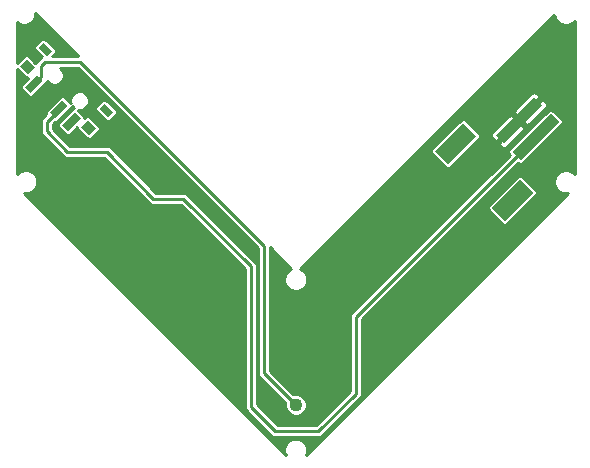
<source format=gbl>
G75*
%MOIN*%
%OFA0B0*%
%FSLAX25Y25*%
%IPPOS*%
%LPD*%
%AMOC8*
5,1,8,0,0,1.08239X$1,22.5*
%
%ADD10R,0.03937X0.18110*%
%ADD11R,0.13386X0.06299*%
%ADD12R,0.02756X0.05906*%
%ADD13R,0.03937X0.02362*%
%ADD14R,0.03937X0.03150*%
%ADD15C,0.01000*%
%ADD16C,0.04362*%
%ADD17C,0.04000*%
D10*
G36*
X0278282Y0178472D02*
X0275499Y0181255D01*
X0288304Y0194060D01*
X0291087Y0191277D01*
X0278282Y0178472D01*
G37*
G36*
X0272714Y0184040D02*
X0269931Y0186823D01*
X0282736Y0199628D01*
X0285519Y0196845D01*
X0272714Y0184040D01*
G37*
D11*
G36*
X0249608Y0181534D02*
X0259072Y0190998D01*
X0263526Y0186544D01*
X0254062Y0177080D01*
X0249608Y0181534D01*
G37*
G36*
X0268539Y0162604D02*
X0278003Y0172068D01*
X0282457Y0167614D01*
X0272993Y0158150D01*
X0268539Y0162604D01*
G37*
D12*
G36*
X0127362Y0188302D02*
X0125413Y0190251D01*
X0129588Y0194426D01*
X0131537Y0192477D01*
X0127362Y0188302D01*
G37*
G36*
X0123186Y0192478D02*
X0121237Y0194427D01*
X0125412Y0198602D01*
X0127361Y0196653D01*
X0123186Y0192478D01*
G37*
G36*
X0114835Y0200830D02*
X0112886Y0202779D01*
X0117061Y0206954D01*
X0119010Y0205005D01*
X0114835Y0200830D01*
G37*
D13*
G36*
X0119150Y0217671D02*
X0121932Y0214889D01*
X0120262Y0213219D01*
X0117480Y0216001D01*
X0119150Y0217671D01*
G37*
G36*
X0139472Y0197349D02*
X0142254Y0194567D01*
X0140584Y0192897D01*
X0137802Y0195679D01*
X0139472Y0197349D01*
G37*
D14*
G36*
X0133905Y0191782D02*
X0136687Y0189000D01*
X0134459Y0186772D01*
X0131677Y0189554D01*
X0133905Y0191782D01*
G37*
G36*
X0113583Y0212104D02*
X0116365Y0209322D01*
X0114137Y0207094D01*
X0111355Y0209876D01*
X0113583Y0212104D01*
G37*
D15*
X0179328Y0100725D02*
X0186333Y0100725D01*
X0186333Y0101723D02*
X0178330Y0101723D01*
X0177331Y0102722D02*
X0186333Y0102722D01*
X0186333Y0103720D02*
X0176333Y0103720D01*
X0175334Y0104719D02*
X0186333Y0104719D01*
X0186333Y0105717D02*
X0174336Y0105717D01*
X0173337Y0106716D02*
X0186333Y0106716D01*
X0186333Y0107714D02*
X0172339Y0107714D01*
X0171340Y0108713D02*
X0186333Y0108713D01*
X0186333Y0109711D02*
X0170342Y0109711D01*
X0169343Y0110710D02*
X0186333Y0110710D01*
X0186333Y0111708D02*
X0168345Y0111708D01*
X0167346Y0112707D02*
X0186333Y0112707D01*
X0186333Y0113705D02*
X0166348Y0113705D01*
X0165349Y0114704D02*
X0186333Y0114704D01*
X0186333Y0115702D02*
X0164351Y0115702D01*
X0163352Y0116701D02*
X0186333Y0116701D01*
X0186333Y0117699D02*
X0162354Y0117699D01*
X0161355Y0118698D02*
X0186333Y0118698D01*
X0186333Y0119696D02*
X0160357Y0119696D01*
X0159358Y0120695D02*
X0186333Y0120695D01*
X0186333Y0121693D02*
X0158360Y0121693D01*
X0157361Y0122692D02*
X0186333Y0122692D01*
X0186333Y0123690D02*
X0156363Y0123690D01*
X0155364Y0124689D02*
X0186333Y0124689D01*
X0186333Y0125687D02*
X0154366Y0125687D01*
X0153367Y0126686D02*
X0186333Y0126686D01*
X0186333Y0127684D02*
X0152369Y0127684D01*
X0151370Y0128683D02*
X0186333Y0128683D01*
X0186333Y0129682D02*
X0150372Y0129682D01*
X0149373Y0130680D02*
X0186333Y0130680D01*
X0186333Y0131679D02*
X0148375Y0131679D01*
X0147376Y0132677D02*
X0186333Y0132677D01*
X0186333Y0133676D02*
X0146378Y0133676D01*
X0145379Y0134674D02*
X0186333Y0134674D01*
X0186333Y0135673D02*
X0144381Y0135673D01*
X0143382Y0136671D02*
X0186333Y0136671D01*
X0186333Y0137670D02*
X0142384Y0137670D01*
X0141385Y0138668D02*
X0186333Y0138668D01*
X0186333Y0139667D02*
X0140387Y0139667D01*
X0139388Y0140665D02*
X0186333Y0140665D01*
X0186333Y0141664D02*
X0138389Y0141664D01*
X0137391Y0142662D02*
X0185968Y0142662D01*
X0186333Y0142297D02*
X0186333Y0095422D01*
X0194458Y0087297D01*
X0195630Y0086125D01*
X0211662Y0086125D01*
X0224162Y0098625D01*
X0225333Y0099797D01*
X0225333Y0125479D01*
X0277385Y0177530D01*
X0277743Y0177172D01*
X0278820Y0177172D01*
X0292387Y0190739D01*
X0292387Y0191816D01*
X0288842Y0195361D01*
X0287765Y0195361D01*
X0274198Y0181794D01*
X0274198Y0180717D01*
X0274556Y0180359D01*
X0221333Y0127136D01*
X0221333Y0101453D01*
X0210005Y0090125D01*
X0197287Y0090125D01*
X0190333Y0097078D01*
X0190333Y0143953D01*
X0189162Y0145125D01*
X0166645Y0167641D01*
X0156645Y0167641D01*
X0142208Y0182078D01*
X0141037Y0183250D01*
X0127912Y0183250D01*
X0122208Y0188953D01*
X0122208Y0190422D01*
X0122965Y0191178D01*
X0123724Y0191178D01*
X0128662Y0196115D01*
X0128662Y0196578D01*
X0129513Y0195727D01*
X0129050Y0195727D01*
X0124113Y0190789D01*
X0124113Y0189712D01*
X0126823Y0187002D01*
X0127900Y0187002D01*
X0130377Y0189479D01*
X0130377Y0189016D01*
X0133922Y0185471D01*
X0134999Y0185471D01*
X0137988Y0188460D01*
X0137988Y0189537D01*
X0134442Y0193082D01*
X0133365Y0193082D01*
X0132838Y0192554D01*
X0132838Y0193016D01*
X0130568Y0195286D01*
X0130648Y0195253D01*
X0131870Y0195253D01*
X0132999Y0195720D01*
X0133863Y0196584D01*
X0134331Y0197713D01*
X0134331Y0198935D01*
X0133863Y0200064D01*
X0132999Y0200928D01*
X0131870Y0201396D01*
X0130648Y0201396D01*
X0129519Y0200928D01*
X0128655Y0200064D01*
X0128188Y0198935D01*
X0128188Y0197713D01*
X0128221Y0197633D01*
X0125951Y0199903D01*
X0124875Y0199903D01*
X0119937Y0194965D01*
X0119937Y0193888D01*
X0119978Y0193848D01*
X0119380Y0193250D01*
X0118208Y0192078D01*
X0118208Y0187297D01*
X0125083Y0180422D01*
X0126255Y0179250D01*
X0139380Y0179250D01*
X0153817Y0164813D01*
X0154988Y0163641D01*
X0164988Y0163641D01*
X0186333Y0142297D01*
X0184969Y0143661D02*
X0136392Y0143661D01*
X0135394Y0144659D02*
X0183971Y0144659D01*
X0182972Y0145658D02*
X0134395Y0145658D01*
X0133397Y0146656D02*
X0181974Y0146656D01*
X0180975Y0147655D02*
X0132398Y0147655D01*
X0131400Y0148653D02*
X0179977Y0148653D01*
X0178978Y0149652D02*
X0130401Y0149652D01*
X0129403Y0150650D02*
X0177980Y0150650D01*
X0176981Y0151649D02*
X0128404Y0151649D01*
X0127406Y0152647D02*
X0175983Y0152647D01*
X0174984Y0153646D02*
X0126407Y0153646D01*
X0125409Y0154644D02*
X0173986Y0154644D01*
X0172987Y0155643D02*
X0124410Y0155643D01*
X0123412Y0156641D02*
X0171989Y0156641D01*
X0170990Y0157640D02*
X0122413Y0157640D01*
X0121415Y0158638D02*
X0169992Y0158638D01*
X0168993Y0159637D02*
X0120416Y0159637D01*
X0119418Y0160635D02*
X0167995Y0160635D01*
X0166996Y0161634D02*
X0118419Y0161634D01*
X0117421Y0162632D02*
X0165998Y0162632D01*
X0164999Y0163631D02*
X0116422Y0163631D01*
X0115424Y0164629D02*
X0154000Y0164629D01*
X0153817Y0164813D02*
X0153817Y0164813D01*
X0153002Y0165628D02*
X0114425Y0165628D01*
X0113427Y0166626D02*
X0152003Y0166626D01*
X0151005Y0167625D02*
X0114512Y0167625D01*
X0114089Y0167450D02*
X0115486Y0168029D01*
X0116555Y0169097D01*
X0117133Y0170494D01*
X0117133Y0172006D01*
X0116555Y0173403D01*
X0115486Y0174471D01*
X0114089Y0175050D01*
X0112577Y0175050D01*
X0111181Y0174471D01*
X0110433Y0173724D01*
X0110433Y0208960D01*
X0113600Y0205793D01*
X0114062Y0205793D01*
X0111586Y0203317D01*
X0111586Y0202240D01*
X0114296Y0199530D01*
X0115373Y0199530D01*
X0120310Y0204467D01*
X0120310Y0204929D01*
X0121168Y0204072D01*
X0122297Y0203604D01*
X0123518Y0203604D01*
X0124647Y0204072D01*
X0125512Y0204936D01*
X0125979Y0206065D01*
X0125979Y0207287D01*
X0125512Y0208416D01*
X0124677Y0209250D01*
X0130630Y0209250D01*
X0190708Y0149172D01*
X0190708Y0106672D01*
X0199688Y0097692D01*
X0199652Y0097607D01*
X0199652Y0096143D01*
X0200213Y0094790D01*
X0201248Y0093754D01*
X0202601Y0093194D01*
X0204066Y0093194D01*
X0205419Y0093754D01*
X0206454Y0094790D01*
X0207014Y0096143D01*
X0207014Y0097607D01*
X0206454Y0098960D01*
X0205419Y0099996D01*
X0204066Y0100556D01*
X0202601Y0100556D01*
X0202516Y0100521D01*
X0194708Y0108328D01*
X0194708Y0149405D01*
X0201860Y0142253D01*
X0201181Y0141971D01*
X0200112Y0140903D01*
X0199533Y0139506D01*
X0199533Y0137994D01*
X0200112Y0136597D01*
X0201181Y0135529D01*
X0202577Y0134950D01*
X0204089Y0134950D01*
X0205486Y0135529D01*
X0206555Y0136597D01*
X0207133Y0137994D01*
X0207133Y0139506D01*
X0206555Y0140903D01*
X0205486Y0141971D01*
X0204806Y0142253D01*
X0205433Y0142880D01*
X0289533Y0226980D01*
X0289533Y0226744D01*
X0290112Y0225347D01*
X0291181Y0224279D01*
X0292577Y0223700D01*
X0294089Y0223700D01*
X0295486Y0224279D01*
X0296233Y0225026D01*
X0296233Y0173724D01*
X0295486Y0174471D01*
X0294089Y0175050D01*
X0292577Y0175050D01*
X0291181Y0174471D01*
X0290112Y0173403D01*
X0289533Y0172006D01*
X0289533Y0170494D01*
X0290112Y0169097D01*
X0291181Y0168029D01*
X0292577Y0167450D01*
X0294063Y0167450D01*
X0206710Y0080096D01*
X0207133Y0081119D01*
X0207133Y0082631D01*
X0206555Y0084028D01*
X0205486Y0085096D01*
X0204089Y0085675D01*
X0202577Y0085675D01*
X0201181Y0085096D01*
X0200112Y0084028D01*
X0199533Y0082631D01*
X0199533Y0081119D01*
X0199957Y0080096D01*
X0112603Y0167450D01*
X0114089Y0167450D01*
X0116081Y0168623D02*
X0150006Y0168623D01*
X0149008Y0169622D02*
X0116772Y0169622D01*
X0117133Y0170620D02*
X0148009Y0170620D01*
X0147011Y0171619D02*
X0117133Y0171619D01*
X0116880Y0172618D02*
X0146012Y0172618D01*
X0145014Y0173616D02*
X0116341Y0173616D01*
X0115140Y0174615D02*
X0144015Y0174615D01*
X0143017Y0175613D02*
X0110433Y0175613D01*
X0110433Y0174615D02*
X0111526Y0174615D01*
X0110433Y0176612D02*
X0142018Y0176612D01*
X0141020Y0177610D02*
X0110433Y0177610D01*
X0110433Y0178609D02*
X0140021Y0178609D01*
X0140208Y0181250D02*
X0127083Y0181250D01*
X0120208Y0188125D01*
X0120208Y0191250D01*
X0124299Y0195341D01*
X0124299Y0195540D01*
X0126133Y0193586D02*
X0126910Y0193586D01*
X0127131Y0194585D02*
X0127908Y0194585D01*
X0128130Y0195583D02*
X0128907Y0195583D01*
X0131269Y0194585D02*
X0137058Y0194585D01*
X0136501Y0195141D02*
X0140047Y0191596D01*
X0141124Y0191596D01*
X0143555Y0194027D01*
X0143555Y0195104D01*
X0140010Y0198650D01*
X0138933Y0198650D01*
X0136501Y0196218D01*
X0136501Y0195141D01*
X0136501Y0195583D02*
X0132669Y0195583D01*
X0133861Y0196582D02*
X0136865Y0196582D01*
X0137864Y0197580D02*
X0134276Y0197580D01*
X0134331Y0198579D02*
X0138862Y0198579D01*
X0140081Y0198579D02*
X0141301Y0198579D01*
X0141080Y0197580D02*
X0142300Y0197580D01*
X0142078Y0196582D02*
X0143298Y0196582D01*
X0143077Y0195583D02*
X0144297Y0195583D01*
X0143555Y0194585D02*
X0145295Y0194585D01*
X0146294Y0193586D02*
X0143114Y0193586D01*
X0142116Y0192588D02*
X0147292Y0192588D01*
X0148291Y0191589D02*
X0135935Y0191589D01*
X0136934Y0190591D02*
X0149289Y0190591D01*
X0150288Y0189592D02*
X0137932Y0189592D01*
X0137988Y0188594D02*
X0151286Y0188594D01*
X0152285Y0187595D02*
X0137123Y0187595D01*
X0136125Y0186597D02*
X0153283Y0186597D01*
X0154282Y0185598D02*
X0135126Y0185598D01*
X0133795Y0185598D02*
X0125564Y0185598D01*
X0126562Y0184600D02*
X0155280Y0184600D01*
X0156279Y0183601D02*
X0127561Y0183601D01*
X0124899Y0180606D02*
X0110433Y0180606D01*
X0110433Y0181604D02*
X0123901Y0181604D01*
X0122902Y0182603D02*
X0110433Y0182603D01*
X0110433Y0183601D02*
X0121904Y0183601D01*
X0120905Y0184600D02*
X0110433Y0184600D01*
X0110433Y0185598D02*
X0119907Y0185598D01*
X0118908Y0186597D02*
X0110433Y0186597D01*
X0110433Y0187595D02*
X0118208Y0187595D01*
X0118208Y0188594D02*
X0110433Y0188594D01*
X0110433Y0189592D02*
X0118208Y0189592D01*
X0118208Y0190591D02*
X0110433Y0190591D01*
X0110433Y0191589D02*
X0118208Y0191589D01*
X0118718Y0192588D02*
X0110433Y0192588D01*
X0110433Y0193586D02*
X0119716Y0193586D01*
X0119937Y0194585D02*
X0110433Y0194585D01*
X0110433Y0195583D02*
X0120555Y0195583D01*
X0121554Y0196582D02*
X0110433Y0196582D01*
X0110433Y0197580D02*
X0122552Y0197580D01*
X0123551Y0198579D02*
X0110433Y0198579D01*
X0110433Y0199577D02*
X0114248Y0199577D01*
X0115420Y0199577D02*
X0124549Y0199577D01*
X0126277Y0199577D02*
X0128454Y0199577D01*
X0128188Y0198579D02*
X0127275Y0198579D01*
X0129167Y0200576D02*
X0116419Y0200576D01*
X0117417Y0201574D02*
X0138306Y0201574D01*
X0139304Y0200576D02*
X0133351Y0200576D01*
X0134065Y0199577D02*
X0140303Y0199577D01*
X0137307Y0202573D02*
X0118416Y0202573D01*
X0119414Y0203571D02*
X0136309Y0203571D01*
X0135310Y0204570D02*
X0125146Y0204570D01*
X0125774Y0205568D02*
X0134312Y0205568D01*
X0133313Y0206567D02*
X0125979Y0206567D01*
X0125864Y0207565D02*
X0132314Y0207565D01*
X0131316Y0208564D02*
X0125363Y0208564D01*
X0120669Y0204570D02*
X0120310Y0204570D01*
X0118333Y0206277D02*
X0115948Y0203892D01*
X0113837Y0205568D02*
X0110433Y0205568D01*
X0110433Y0204570D02*
X0112839Y0204570D01*
X0111840Y0203571D02*
X0110433Y0203571D01*
X0110433Y0202573D02*
X0111586Y0202573D01*
X0112251Y0201574D02*
X0110433Y0201574D01*
X0110433Y0200576D02*
X0113250Y0200576D01*
X0112826Y0206567D02*
X0110433Y0206567D01*
X0110433Y0207565D02*
X0111828Y0207565D01*
X0110829Y0208564D02*
X0110433Y0208564D01*
X0110433Y0210795D02*
X0110433Y0224401D01*
X0110556Y0224279D01*
X0111952Y0223700D01*
X0113464Y0223700D01*
X0114861Y0224279D01*
X0115930Y0225347D01*
X0116508Y0226744D01*
X0116508Y0227605D01*
X0130863Y0213250D01*
X0122133Y0213250D01*
X0123233Y0214350D01*
X0123233Y0215427D01*
X0119688Y0218972D01*
X0118611Y0218972D01*
X0116179Y0216540D01*
X0116179Y0215463D01*
X0118574Y0213069D01*
X0117505Y0212000D01*
X0116515Y0211010D01*
X0114120Y0213404D01*
X0113043Y0213404D01*
X0110433Y0210795D01*
X0110433Y0211559D02*
X0111198Y0211559D01*
X0110433Y0212558D02*
X0112197Y0212558D01*
X0110433Y0213556D02*
X0118086Y0213556D01*
X0118063Y0212558D02*
X0114966Y0212558D01*
X0115965Y0211559D02*
X0117064Y0211559D01*
X0118333Y0210000D02*
X0118333Y0206277D01*
X0118333Y0210000D02*
X0119583Y0211250D01*
X0131458Y0211250D01*
X0192708Y0150000D01*
X0192708Y0107500D01*
X0203333Y0096875D01*
X0199652Y0096731D02*
X0190681Y0096731D01*
X0190333Y0097729D02*
X0199651Y0097729D01*
X0198652Y0098728D02*
X0190333Y0098728D01*
X0190333Y0099726D02*
X0197654Y0099726D01*
X0196655Y0100725D02*
X0190333Y0100725D01*
X0190333Y0101723D02*
X0195657Y0101723D01*
X0194658Y0102722D02*
X0190333Y0102722D01*
X0190333Y0103720D02*
X0193660Y0103720D01*
X0192661Y0104719D02*
X0190333Y0104719D01*
X0190333Y0105717D02*
X0191663Y0105717D01*
X0190708Y0106716D02*
X0190333Y0106716D01*
X0190333Y0107714D02*
X0190708Y0107714D01*
X0190708Y0108713D02*
X0190333Y0108713D01*
X0190333Y0109711D02*
X0190708Y0109711D01*
X0190708Y0110710D02*
X0190333Y0110710D01*
X0190333Y0111708D02*
X0190708Y0111708D01*
X0190708Y0112707D02*
X0190333Y0112707D01*
X0190333Y0113705D02*
X0190708Y0113705D01*
X0190708Y0114704D02*
X0190333Y0114704D01*
X0190333Y0115702D02*
X0190708Y0115702D01*
X0190708Y0116701D02*
X0190333Y0116701D01*
X0190333Y0117699D02*
X0190708Y0117699D01*
X0190708Y0118698D02*
X0190333Y0118698D01*
X0190333Y0119696D02*
X0190708Y0119696D01*
X0190708Y0120695D02*
X0190333Y0120695D01*
X0190333Y0121693D02*
X0190708Y0121693D01*
X0190708Y0122692D02*
X0190333Y0122692D01*
X0190333Y0123690D02*
X0190708Y0123690D01*
X0190708Y0124689D02*
X0190333Y0124689D01*
X0190333Y0125687D02*
X0190708Y0125687D01*
X0190708Y0126686D02*
X0190333Y0126686D01*
X0190333Y0127684D02*
X0190708Y0127684D01*
X0190708Y0128683D02*
X0190333Y0128683D01*
X0190333Y0129682D02*
X0190708Y0129682D01*
X0190708Y0130680D02*
X0190333Y0130680D01*
X0190333Y0131679D02*
X0190708Y0131679D01*
X0190708Y0132677D02*
X0190333Y0132677D01*
X0190333Y0133676D02*
X0190708Y0133676D01*
X0190708Y0134674D02*
X0190333Y0134674D01*
X0190333Y0135673D02*
X0190708Y0135673D01*
X0190708Y0136671D02*
X0190333Y0136671D01*
X0190333Y0137670D02*
X0190708Y0137670D01*
X0190708Y0138668D02*
X0190333Y0138668D01*
X0190333Y0139667D02*
X0190708Y0139667D01*
X0190708Y0140665D02*
X0190333Y0140665D01*
X0190333Y0141664D02*
X0190708Y0141664D01*
X0190708Y0142662D02*
X0190333Y0142662D01*
X0190333Y0143661D02*
X0190708Y0143661D01*
X0190708Y0144659D02*
X0189628Y0144659D01*
X0188629Y0145658D02*
X0190708Y0145658D01*
X0190708Y0146656D02*
X0187631Y0146656D01*
X0186632Y0147655D02*
X0190708Y0147655D01*
X0190708Y0148653D02*
X0185634Y0148653D01*
X0184635Y0149652D02*
X0190228Y0149652D01*
X0189230Y0150650D02*
X0183636Y0150650D01*
X0182638Y0151649D02*
X0188231Y0151649D01*
X0187233Y0152647D02*
X0181639Y0152647D01*
X0180641Y0153646D02*
X0186234Y0153646D01*
X0185236Y0154644D02*
X0179642Y0154644D01*
X0178644Y0155643D02*
X0184237Y0155643D01*
X0183239Y0156641D02*
X0177645Y0156641D01*
X0176647Y0157640D02*
X0182240Y0157640D01*
X0181242Y0158638D02*
X0175648Y0158638D01*
X0174650Y0159637D02*
X0180243Y0159637D01*
X0179245Y0160635D02*
X0173651Y0160635D01*
X0172653Y0161634D02*
X0178246Y0161634D01*
X0177248Y0162632D02*
X0171654Y0162632D01*
X0170656Y0163631D02*
X0176249Y0163631D01*
X0175250Y0164629D02*
X0169657Y0164629D01*
X0168659Y0165628D02*
X0174252Y0165628D01*
X0173253Y0166626D02*
X0167660Y0166626D01*
X0166662Y0167625D02*
X0172255Y0167625D01*
X0171256Y0168623D02*
X0155663Y0168623D01*
X0154665Y0169622D02*
X0170258Y0169622D01*
X0169259Y0170620D02*
X0153666Y0170620D01*
X0152668Y0171619D02*
X0168261Y0171619D01*
X0167262Y0172618D02*
X0151669Y0172618D01*
X0150671Y0173616D02*
X0166264Y0173616D01*
X0165265Y0174615D02*
X0149672Y0174615D01*
X0148674Y0175613D02*
X0164267Y0175613D01*
X0163268Y0176612D02*
X0147675Y0176612D01*
X0146677Y0177610D02*
X0162270Y0177610D01*
X0161271Y0178609D02*
X0145678Y0178609D01*
X0144680Y0179607D02*
X0160273Y0179607D01*
X0159274Y0180606D02*
X0143681Y0180606D01*
X0142683Y0181604D02*
X0158276Y0181604D01*
X0157277Y0182603D02*
X0141684Y0182603D01*
X0142208Y0182078D02*
X0142208Y0182078D01*
X0140208Y0181250D02*
X0155817Y0165641D01*
X0165817Y0165641D01*
X0188333Y0143125D01*
X0188333Y0096250D01*
X0196458Y0088125D01*
X0210833Y0088125D01*
X0223333Y0100625D01*
X0223333Y0126307D01*
X0283293Y0186266D01*
X0280997Y0188594D02*
X0279389Y0188594D01*
X0279835Y0189039D02*
X0277725Y0191149D01*
X0278410Y0191834D01*
X0280520Y0189724D01*
X0286720Y0195924D01*
X0286917Y0196266D01*
X0287020Y0196648D01*
X0287020Y0197043D01*
X0286917Y0197424D01*
X0286720Y0197766D01*
X0285531Y0198955D01*
X0278410Y0191834D01*
X0277725Y0192519D01*
X0284846Y0199640D01*
X0283657Y0200829D01*
X0283315Y0201027D01*
X0282933Y0201129D01*
X0282538Y0201129D01*
X0282157Y0201027D01*
X0281815Y0200829D01*
X0275615Y0194629D01*
X0277725Y0192519D01*
X0277040Y0191834D01*
X0277725Y0191149D01*
X0270604Y0184028D01*
X0271793Y0182839D01*
X0272135Y0182642D01*
X0272516Y0182539D01*
X0272911Y0182539D01*
X0273293Y0182642D01*
X0273635Y0182839D01*
X0279835Y0189039D01*
X0279282Y0189592D02*
X0281996Y0189592D01*
X0281386Y0190591D02*
X0282994Y0190591D01*
X0282385Y0191589D02*
X0283993Y0191589D01*
X0283384Y0192588D02*
X0284991Y0192588D01*
X0284382Y0193586D02*
X0285990Y0193586D01*
X0285381Y0194585D02*
X0286989Y0194585D01*
X0286379Y0195583D02*
X0296233Y0195583D01*
X0296233Y0194585D02*
X0289619Y0194585D01*
X0290617Y0193586D02*
X0296233Y0193586D01*
X0296233Y0192588D02*
X0291616Y0192588D01*
X0292387Y0191589D02*
X0296233Y0191589D01*
X0296233Y0190591D02*
X0292239Y0190591D01*
X0291241Y0189592D02*
X0296233Y0189592D01*
X0296233Y0188594D02*
X0290242Y0188594D01*
X0289244Y0187595D02*
X0296233Y0187595D01*
X0296233Y0186597D02*
X0288245Y0186597D01*
X0287247Y0185598D02*
X0296233Y0185598D01*
X0296233Y0184600D02*
X0286248Y0184600D01*
X0285250Y0183601D02*
X0296233Y0183601D01*
X0296233Y0182603D02*
X0284251Y0182603D01*
X0283253Y0181604D02*
X0296233Y0181604D01*
X0296233Y0180606D02*
X0282254Y0180606D01*
X0281256Y0179607D02*
X0296233Y0179607D01*
X0296233Y0178609D02*
X0280257Y0178609D01*
X0279259Y0177610D02*
X0296233Y0177610D01*
X0296233Y0176612D02*
X0276466Y0176612D01*
X0275468Y0175613D02*
X0296233Y0175613D01*
X0296233Y0174615D02*
X0295140Y0174615D01*
X0291526Y0174615D02*
X0274469Y0174615D01*
X0273471Y0173616D02*
X0290325Y0173616D01*
X0289787Y0172618D02*
X0279293Y0172618D01*
X0278542Y0173369D02*
X0277465Y0173369D01*
X0267238Y0163142D01*
X0267238Y0162065D01*
X0272454Y0156849D01*
X0273531Y0156849D01*
X0283757Y0167076D01*
X0283757Y0168153D01*
X0278542Y0173369D01*
X0276714Y0172618D02*
X0272472Y0172618D01*
X0271474Y0171619D02*
X0275715Y0171619D01*
X0274717Y0170620D02*
X0270475Y0170620D01*
X0269476Y0169622D02*
X0273718Y0169622D01*
X0272720Y0168623D02*
X0268478Y0168623D01*
X0267479Y0167625D02*
X0271721Y0167625D01*
X0270723Y0166626D02*
X0266481Y0166626D01*
X0265482Y0165628D02*
X0269724Y0165628D01*
X0268725Y0164629D02*
X0264484Y0164629D01*
X0263485Y0163631D02*
X0267727Y0163631D01*
X0267238Y0162632D02*
X0262487Y0162632D01*
X0261488Y0161634D02*
X0267669Y0161634D01*
X0268668Y0160635D02*
X0260490Y0160635D01*
X0259491Y0159637D02*
X0269666Y0159637D01*
X0270665Y0158638D02*
X0258493Y0158638D01*
X0257494Y0157640D02*
X0271663Y0157640D01*
X0274321Y0157640D02*
X0284253Y0157640D01*
X0283255Y0156641D02*
X0256496Y0156641D01*
X0255497Y0155643D02*
X0282256Y0155643D01*
X0281258Y0154644D02*
X0254499Y0154644D01*
X0253500Y0153646D02*
X0280259Y0153646D01*
X0279261Y0152647D02*
X0252502Y0152647D01*
X0251503Y0151649D02*
X0278262Y0151649D01*
X0277264Y0150650D02*
X0250505Y0150650D01*
X0249506Y0149652D02*
X0276265Y0149652D01*
X0275267Y0148653D02*
X0248508Y0148653D01*
X0247509Y0147655D02*
X0274268Y0147655D01*
X0273270Y0146656D02*
X0246511Y0146656D01*
X0245512Y0145658D02*
X0272271Y0145658D01*
X0271273Y0144659D02*
X0244514Y0144659D01*
X0243515Y0143661D02*
X0270274Y0143661D01*
X0269276Y0142662D02*
X0242517Y0142662D01*
X0241518Y0141664D02*
X0268277Y0141664D01*
X0267279Y0140665D02*
X0240520Y0140665D01*
X0239521Y0139667D02*
X0266280Y0139667D01*
X0265282Y0138668D02*
X0238523Y0138668D01*
X0237524Y0137670D02*
X0264283Y0137670D01*
X0263285Y0136671D02*
X0236526Y0136671D01*
X0235527Y0135673D02*
X0262286Y0135673D01*
X0261288Y0134674D02*
X0234529Y0134674D01*
X0233530Y0133676D02*
X0260289Y0133676D01*
X0259291Y0132677D02*
X0232532Y0132677D01*
X0231533Y0131679D02*
X0258292Y0131679D01*
X0257294Y0130680D02*
X0230535Y0130680D01*
X0229536Y0129682D02*
X0256295Y0129682D01*
X0255297Y0128683D02*
X0228538Y0128683D01*
X0227539Y0127684D02*
X0254298Y0127684D01*
X0253299Y0126686D02*
X0226541Y0126686D01*
X0225542Y0125687D02*
X0252301Y0125687D01*
X0251302Y0124689D02*
X0225333Y0124689D01*
X0225333Y0123690D02*
X0250304Y0123690D01*
X0249305Y0122692D02*
X0225333Y0122692D01*
X0225333Y0121693D02*
X0248307Y0121693D01*
X0247308Y0120695D02*
X0225333Y0120695D01*
X0225333Y0119696D02*
X0246310Y0119696D01*
X0245311Y0118698D02*
X0225333Y0118698D01*
X0225333Y0117699D02*
X0244313Y0117699D01*
X0243314Y0116701D02*
X0225333Y0116701D01*
X0225333Y0115702D02*
X0242316Y0115702D01*
X0241317Y0114704D02*
X0225333Y0114704D01*
X0225333Y0113705D02*
X0240319Y0113705D01*
X0239320Y0112707D02*
X0225333Y0112707D01*
X0225333Y0111708D02*
X0238322Y0111708D01*
X0237323Y0110710D02*
X0225333Y0110710D01*
X0225333Y0109711D02*
X0236325Y0109711D01*
X0235326Y0108713D02*
X0225333Y0108713D01*
X0225333Y0107714D02*
X0234328Y0107714D01*
X0233329Y0106716D02*
X0225333Y0106716D01*
X0225333Y0105717D02*
X0232331Y0105717D01*
X0231332Y0104719D02*
X0225333Y0104719D01*
X0225333Y0103720D02*
X0230334Y0103720D01*
X0229335Y0102722D02*
X0225333Y0102722D01*
X0225333Y0101723D02*
X0228337Y0101723D01*
X0227338Y0100725D02*
X0225333Y0100725D01*
X0225263Y0099726D02*
X0226340Y0099726D01*
X0225341Y0098728D02*
X0224264Y0098728D01*
X0224343Y0097729D02*
X0223266Y0097729D01*
X0223344Y0096731D02*
X0222267Y0096731D01*
X0222346Y0095732D02*
X0221269Y0095732D01*
X0221347Y0094734D02*
X0220270Y0094734D01*
X0220349Y0093735D02*
X0219272Y0093735D01*
X0219350Y0092737D02*
X0218273Y0092737D01*
X0218352Y0091738D02*
X0217275Y0091738D01*
X0217353Y0090740D02*
X0216276Y0090740D01*
X0216355Y0089741D02*
X0215278Y0089741D01*
X0215356Y0088743D02*
X0214279Y0088743D01*
X0214358Y0087744D02*
X0213281Y0087744D01*
X0213359Y0086746D02*
X0212282Y0086746D01*
X0212361Y0085747D02*
X0194306Y0085747D01*
X0195009Y0086746D02*
X0193308Y0086746D01*
X0194011Y0087744D02*
X0192309Y0087744D01*
X0193012Y0088743D02*
X0191311Y0088743D01*
X0192014Y0089741D02*
X0190312Y0089741D01*
X0191015Y0090740D02*
X0189314Y0090740D01*
X0190017Y0091738D02*
X0188315Y0091738D01*
X0189018Y0092737D02*
X0187317Y0092737D01*
X0188020Y0093735D02*
X0186318Y0093735D01*
X0187021Y0094734D02*
X0185320Y0094734D01*
X0184321Y0095732D02*
X0186333Y0095732D01*
X0186333Y0096731D02*
X0183323Y0096731D01*
X0182324Y0097729D02*
X0186333Y0097729D01*
X0186333Y0098728D02*
X0181325Y0098728D01*
X0180327Y0099726D02*
X0186333Y0099726D01*
X0191680Y0095732D02*
X0199822Y0095732D01*
X0200269Y0094734D02*
X0192678Y0094734D01*
X0193677Y0093735D02*
X0201294Y0093735D01*
X0205372Y0093735D02*
X0213615Y0093735D01*
X0212617Y0092737D02*
X0194675Y0092737D01*
X0195674Y0091738D02*
X0211618Y0091738D01*
X0210619Y0090740D02*
X0196672Y0090740D01*
X0195305Y0084749D02*
X0200833Y0084749D01*
X0199997Y0083750D02*
X0196303Y0083750D01*
X0197302Y0082751D02*
X0199583Y0082751D01*
X0199533Y0081753D02*
X0198300Y0081753D01*
X0199299Y0080754D02*
X0199684Y0080754D01*
X0206982Y0080754D02*
X0207368Y0080754D01*
X0207133Y0081753D02*
X0208366Y0081753D01*
X0209365Y0082751D02*
X0207083Y0082751D01*
X0206670Y0083750D02*
X0210363Y0083750D01*
X0211362Y0084749D02*
X0205834Y0084749D01*
X0206398Y0094734D02*
X0214614Y0094734D01*
X0215612Y0095732D02*
X0206844Y0095732D01*
X0207014Y0096731D02*
X0216611Y0096731D01*
X0217609Y0097729D02*
X0206964Y0097729D01*
X0206550Y0098728D02*
X0218608Y0098728D01*
X0219606Y0099726D02*
X0205688Y0099726D01*
X0202312Y0100725D02*
X0220605Y0100725D01*
X0221333Y0101723D02*
X0201314Y0101723D01*
X0200315Y0102722D02*
X0221333Y0102722D01*
X0221333Y0103720D02*
X0199317Y0103720D01*
X0198318Y0104719D02*
X0221333Y0104719D01*
X0221333Y0105717D02*
X0197319Y0105717D01*
X0196321Y0106716D02*
X0221333Y0106716D01*
X0221333Y0107714D02*
X0195322Y0107714D01*
X0194708Y0108713D02*
X0221333Y0108713D01*
X0221333Y0109711D02*
X0194708Y0109711D01*
X0194708Y0110710D02*
X0221333Y0110710D01*
X0221333Y0111708D02*
X0194708Y0111708D01*
X0194708Y0112707D02*
X0221333Y0112707D01*
X0221333Y0113705D02*
X0194708Y0113705D01*
X0194708Y0114704D02*
X0221333Y0114704D01*
X0221333Y0115702D02*
X0194708Y0115702D01*
X0194708Y0116701D02*
X0221333Y0116701D01*
X0221333Y0117699D02*
X0194708Y0117699D01*
X0194708Y0118698D02*
X0221333Y0118698D01*
X0221333Y0119696D02*
X0194708Y0119696D01*
X0194708Y0120695D02*
X0221333Y0120695D01*
X0221333Y0121693D02*
X0194708Y0121693D01*
X0194708Y0122692D02*
X0221333Y0122692D01*
X0221333Y0123690D02*
X0194708Y0123690D01*
X0194708Y0124689D02*
X0221333Y0124689D01*
X0221333Y0125687D02*
X0194708Y0125687D01*
X0194708Y0126686D02*
X0221333Y0126686D01*
X0221882Y0127684D02*
X0194708Y0127684D01*
X0194708Y0128683D02*
X0222881Y0128683D01*
X0223879Y0129682D02*
X0194708Y0129682D01*
X0194708Y0130680D02*
X0224878Y0130680D01*
X0225876Y0131679D02*
X0194708Y0131679D01*
X0194708Y0132677D02*
X0226875Y0132677D01*
X0227873Y0133676D02*
X0194708Y0133676D01*
X0194708Y0134674D02*
X0228872Y0134674D01*
X0229870Y0135673D02*
X0205630Y0135673D01*
X0206585Y0136671D02*
X0230869Y0136671D01*
X0231867Y0137670D02*
X0206999Y0137670D01*
X0207133Y0138668D02*
X0232866Y0138668D01*
X0233864Y0139667D02*
X0207067Y0139667D01*
X0206653Y0140665D02*
X0234863Y0140665D01*
X0235861Y0141664D02*
X0205794Y0141664D01*
X0205215Y0142662D02*
X0236860Y0142662D01*
X0237858Y0143661D02*
X0206214Y0143661D01*
X0207212Y0144659D02*
X0238857Y0144659D01*
X0239855Y0145658D02*
X0208211Y0145658D01*
X0209209Y0146656D02*
X0240854Y0146656D01*
X0241852Y0147655D02*
X0210208Y0147655D01*
X0211206Y0148653D02*
X0242851Y0148653D01*
X0243849Y0149652D02*
X0212205Y0149652D01*
X0213203Y0150650D02*
X0244848Y0150650D01*
X0245846Y0151649D02*
X0214202Y0151649D01*
X0215200Y0152647D02*
X0246845Y0152647D01*
X0247843Y0153646D02*
X0216199Y0153646D01*
X0217197Y0154644D02*
X0248842Y0154644D01*
X0249841Y0155643D02*
X0218196Y0155643D01*
X0219194Y0156641D02*
X0250839Y0156641D01*
X0251838Y0157640D02*
X0220193Y0157640D01*
X0221192Y0158638D02*
X0252836Y0158638D01*
X0253835Y0159637D02*
X0222190Y0159637D01*
X0223189Y0160635D02*
X0254833Y0160635D01*
X0255832Y0161634D02*
X0224187Y0161634D01*
X0225186Y0162632D02*
X0256830Y0162632D01*
X0257829Y0163631D02*
X0226184Y0163631D01*
X0227183Y0164629D02*
X0258827Y0164629D01*
X0259826Y0165628D02*
X0228181Y0165628D01*
X0229180Y0166626D02*
X0260824Y0166626D01*
X0261823Y0167625D02*
X0230178Y0167625D01*
X0231177Y0168623D02*
X0262821Y0168623D01*
X0263820Y0169622D02*
X0232175Y0169622D01*
X0233174Y0170620D02*
X0264818Y0170620D01*
X0265817Y0171619D02*
X0234172Y0171619D01*
X0235171Y0172618D02*
X0266815Y0172618D01*
X0267814Y0173616D02*
X0236169Y0173616D01*
X0237168Y0174615D02*
X0268812Y0174615D01*
X0269811Y0175613D02*
X0238166Y0175613D01*
X0239165Y0176612D02*
X0252691Y0176612D01*
X0253523Y0175780D02*
X0254600Y0175780D01*
X0264827Y0186006D01*
X0264827Y0187083D01*
X0259611Y0192299D01*
X0258534Y0192299D01*
X0248308Y0182072D01*
X0248308Y0180995D01*
X0253523Y0175780D01*
X0255432Y0176612D02*
X0270809Y0176612D01*
X0271808Y0177610D02*
X0256431Y0177610D01*
X0257429Y0178609D02*
X0272806Y0178609D01*
X0273805Y0179607D02*
X0258428Y0179607D01*
X0259426Y0180606D02*
X0274309Y0180606D01*
X0274198Y0181604D02*
X0260425Y0181604D01*
X0261423Y0182603D02*
X0272280Y0182603D01*
X0273147Y0182603D02*
X0275006Y0182603D01*
X0274397Y0183601D02*
X0276005Y0183601D01*
X0275395Y0184600D02*
X0277003Y0184600D01*
X0276394Y0185598D02*
X0278002Y0185598D01*
X0277392Y0186597D02*
X0279000Y0186597D01*
X0278391Y0187595D02*
X0279999Y0187595D01*
X0276168Y0189592D02*
X0274798Y0189592D01*
X0275169Y0188594D02*
X0273799Y0188594D01*
X0274171Y0187595D02*
X0272801Y0187595D01*
X0273172Y0186597D02*
X0271802Y0186597D01*
X0272174Y0185598D02*
X0270804Y0185598D01*
X0271175Y0184600D02*
X0263420Y0184600D01*
X0264419Y0185598D02*
X0269034Y0185598D01*
X0268730Y0185902D02*
X0269919Y0184713D01*
X0277040Y0191834D01*
X0274930Y0193944D01*
X0268730Y0187744D01*
X0268532Y0187402D01*
X0268430Y0187021D01*
X0268430Y0186626D01*
X0268532Y0186244D01*
X0268730Y0185902D01*
X0268438Y0186597D02*
X0264827Y0186597D01*
X0264315Y0187595D02*
X0268644Y0187595D01*
X0269579Y0188594D02*
X0263317Y0188594D01*
X0262318Y0189592D02*
X0270578Y0189592D01*
X0271576Y0190591D02*
X0261320Y0190591D01*
X0260321Y0191589D02*
X0272575Y0191589D01*
X0273573Y0192588D02*
X0255141Y0192588D01*
X0256139Y0193586D02*
X0274572Y0193586D01*
X0275288Y0193586D02*
X0276658Y0193586D01*
X0276286Y0192588D02*
X0277656Y0192588D01*
X0277793Y0192588D02*
X0279163Y0192588D01*
X0278792Y0193586D02*
X0280162Y0193586D01*
X0279790Y0194585D02*
X0281160Y0194585D01*
X0280789Y0195583D02*
X0282159Y0195583D01*
X0281788Y0196582D02*
X0283157Y0196582D01*
X0282786Y0197580D02*
X0284156Y0197580D01*
X0283785Y0198579D02*
X0285154Y0198579D01*
X0285907Y0198579D02*
X0296233Y0198579D01*
X0296233Y0199577D02*
X0284783Y0199577D01*
X0283910Y0200576D02*
X0296233Y0200576D01*
X0296233Y0201574D02*
X0264127Y0201574D01*
X0263129Y0200576D02*
X0281561Y0200576D01*
X0280563Y0199577D02*
X0262130Y0199577D01*
X0261132Y0198579D02*
X0279564Y0198579D01*
X0278566Y0197580D02*
X0260133Y0197580D01*
X0259135Y0196582D02*
X0277567Y0196582D01*
X0276569Y0195583D02*
X0258136Y0195583D01*
X0257138Y0194585D02*
X0275659Y0194585D01*
X0276795Y0191589D02*
X0277285Y0191589D01*
X0278165Y0191589D02*
X0278655Y0191589D01*
X0278283Y0190591D02*
X0279653Y0190591D01*
X0277166Y0190591D02*
X0275796Y0190591D01*
X0287002Y0196582D02*
X0296233Y0196582D01*
X0296233Y0197580D02*
X0286827Y0197580D01*
X0296233Y0202573D02*
X0265126Y0202573D01*
X0266125Y0203571D02*
X0296233Y0203571D01*
X0296233Y0204570D02*
X0267123Y0204570D01*
X0268122Y0205568D02*
X0296233Y0205568D01*
X0296233Y0206567D02*
X0269120Y0206567D01*
X0270119Y0207565D02*
X0296233Y0207565D01*
X0296233Y0208564D02*
X0271117Y0208564D01*
X0272116Y0209562D02*
X0296233Y0209562D01*
X0296233Y0210561D02*
X0273114Y0210561D01*
X0274113Y0211559D02*
X0296233Y0211559D01*
X0296233Y0212558D02*
X0275111Y0212558D01*
X0276110Y0213556D02*
X0296233Y0213556D01*
X0296233Y0214555D02*
X0277108Y0214555D01*
X0278107Y0215553D02*
X0296233Y0215553D01*
X0296233Y0216552D02*
X0279105Y0216552D01*
X0280104Y0217551D02*
X0296233Y0217551D01*
X0296233Y0218549D02*
X0281102Y0218549D01*
X0282101Y0219548D02*
X0296233Y0219548D01*
X0296233Y0220546D02*
X0283099Y0220546D01*
X0284098Y0221545D02*
X0296233Y0221545D01*
X0296233Y0222543D02*
X0285096Y0222543D01*
X0286095Y0223542D02*
X0296233Y0223542D01*
X0296233Y0224540D02*
X0295747Y0224540D01*
X0290919Y0224540D02*
X0287093Y0224540D01*
X0288092Y0225539D02*
X0290033Y0225539D01*
X0289619Y0226537D02*
X0289090Y0226537D01*
X0257824Y0191589D02*
X0254142Y0191589D01*
X0253144Y0190591D02*
X0256826Y0190591D01*
X0255827Y0189592D02*
X0252145Y0189592D01*
X0251147Y0188594D02*
X0254829Y0188594D01*
X0253830Y0187595D02*
X0250148Y0187595D01*
X0249150Y0186597D02*
X0252832Y0186597D01*
X0251833Y0185598D02*
X0248151Y0185598D01*
X0247153Y0184600D02*
X0250835Y0184600D01*
X0249836Y0183601D02*
X0246154Y0183601D01*
X0245156Y0182603D02*
X0248838Y0182603D01*
X0248308Y0181604D02*
X0244157Y0181604D01*
X0243159Y0180606D02*
X0248697Y0180606D01*
X0249696Y0179607D02*
X0242160Y0179607D01*
X0241162Y0178609D02*
X0250694Y0178609D01*
X0251693Y0177610D02*
X0240163Y0177610D01*
X0262422Y0183601D02*
X0271031Y0183601D01*
X0280291Y0171619D02*
X0289533Y0171619D01*
X0289533Y0170620D02*
X0281290Y0170620D01*
X0282288Y0169622D02*
X0289895Y0169622D01*
X0290586Y0168623D02*
X0283287Y0168623D01*
X0283757Y0167625D02*
X0292155Y0167625D01*
X0293240Y0166626D02*
X0283308Y0166626D01*
X0282309Y0165628D02*
X0292241Y0165628D01*
X0291243Y0164629D02*
X0281311Y0164629D01*
X0280312Y0163631D02*
X0290244Y0163631D01*
X0289246Y0162632D02*
X0279314Y0162632D01*
X0278315Y0161634D02*
X0288247Y0161634D01*
X0287249Y0160635D02*
X0277317Y0160635D01*
X0276318Y0159637D02*
X0286250Y0159637D01*
X0285252Y0158638D02*
X0275320Y0158638D01*
X0201451Y0142662D02*
X0194708Y0142662D01*
X0194708Y0141664D02*
X0200873Y0141664D01*
X0200014Y0140665D02*
X0194708Y0140665D01*
X0194708Y0139667D02*
X0199600Y0139667D01*
X0199533Y0138668D02*
X0194708Y0138668D01*
X0194708Y0137670D02*
X0199668Y0137670D01*
X0200081Y0136671D02*
X0194708Y0136671D01*
X0194708Y0135673D02*
X0201037Y0135673D01*
X0200453Y0143661D02*
X0194708Y0143661D01*
X0194708Y0144659D02*
X0199454Y0144659D01*
X0198456Y0145658D02*
X0194708Y0145658D01*
X0194708Y0146656D02*
X0197457Y0146656D01*
X0196459Y0147655D02*
X0194708Y0147655D01*
X0194708Y0148653D02*
X0195460Y0148653D01*
X0132797Y0186597D02*
X0124565Y0186597D01*
X0123567Y0187595D02*
X0126230Y0187595D01*
X0125232Y0188594D02*
X0122568Y0188594D01*
X0122208Y0189592D02*
X0124233Y0189592D01*
X0124113Y0190591D02*
X0122377Y0190591D01*
X0124136Y0191589D02*
X0124913Y0191589D01*
X0125134Y0192588D02*
X0125911Y0192588D01*
X0132268Y0193586D02*
X0138056Y0193586D01*
X0139055Y0192588D02*
X0134937Y0192588D01*
X0132871Y0192588D02*
X0132838Y0192588D01*
X0130800Y0188594D02*
X0129492Y0188594D01*
X0128493Y0187595D02*
X0131798Y0187595D01*
X0125898Y0179607D02*
X0110433Y0179607D01*
X0122440Y0213556D02*
X0130557Y0213556D01*
X0129559Y0214555D02*
X0123233Y0214555D01*
X0123106Y0215553D02*
X0128560Y0215553D01*
X0127561Y0216552D02*
X0122108Y0216552D01*
X0121109Y0217551D02*
X0126563Y0217551D01*
X0125564Y0218549D02*
X0120111Y0218549D01*
X0118188Y0218549D02*
X0110433Y0218549D01*
X0110433Y0217551D02*
X0117189Y0217551D01*
X0116191Y0216552D02*
X0110433Y0216552D01*
X0110433Y0215553D02*
X0116179Y0215553D01*
X0117087Y0214555D02*
X0110433Y0214555D01*
X0110433Y0219548D02*
X0124566Y0219548D01*
X0123567Y0220546D02*
X0110433Y0220546D01*
X0110433Y0221545D02*
X0122569Y0221545D01*
X0121570Y0222543D02*
X0110433Y0222543D01*
X0110433Y0223542D02*
X0120572Y0223542D01*
X0119573Y0224540D02*
X0115122Y0224540D01*
X0116009Y0225539D02*
X0118575Y0225539D01*
X0117576Y0226537D02*
X0116423Y0226537D01*
X0116508Y0227536D02*
X0116578Y0227536D01*
D16*
X0203333Y0096875D03*
D17*
X0230833Y0155000D03*
X0268333Y0193750D03*
X0154583Y0177500D03*
X0113958Y0219375D03*
M02*

</source>
